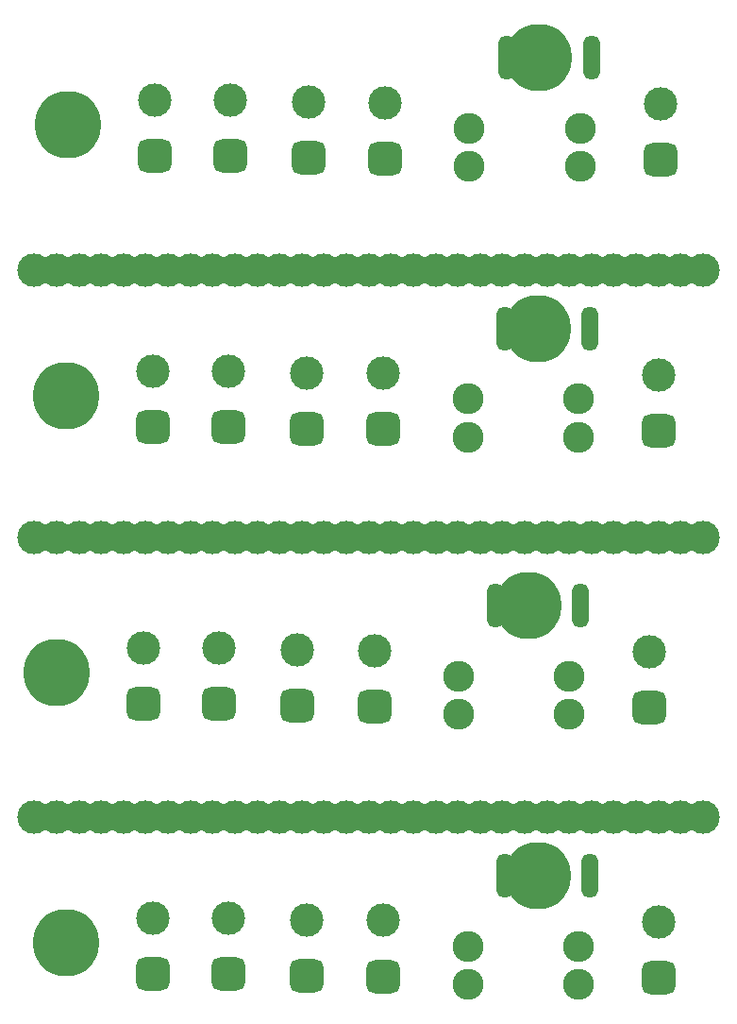
<source format=gbr>
%TF.GenerationSoftware,KiCad,Pcbnew,8.0.6*%
%TF.CreationDate,2024-11-20T20:18:15-05:00*%
%TF.ProjectId,RailsidePDB,5261696c-7369-4646-9550-44422e6b6963,rev?*%
%TF.SameCoordinates,Original*%
%TF.FileFunction,Soldermask,Top*%
%TF.FilePolarity,Negative*%
%FSLAX46Y46*%
G04 Gerber Fmt 4.6, Leading zero omitted, Abs format (unit mm)*
G04 Created by KiCad (PCBNEW 8.0.6) date 2024-11-20 20:18:15*
%MOMM*%
%LPD*%
G01*
G04 APERTURE LIST*
G04 Aperture macros list*
%AMRoundRect*
0 Rectangle with rounded corners*
0 $1 Rounding radius*
0 $2 $3 $4 $5 $6 $7 $8 $9 X,Y pos of 4 corners*
0 Add a 4 corners polygon primitive as box body*
4,1,4,$2,$3,$4,$5,$6,$7,$8,$9,$2,$3,0*
0 Add four circle primitives for the rounded corners*
1,1,$1+$1,$2,$3*
1,1,$1+$1,$4,$5*
1,1,$1+$1,$6,$7*
1,1,$1+$1,$8,$9*
0 Add four rect primitives between the rounded corners*
20,1,$1+$1,$2,$3,$4,$5,0*
20,1,$1+$1,$4,$5,$6,$7,0*
20,1,$1+$1,$6,$7,$8,$9,0*
20,1,$1+$1,$8,$9,$2,$3,0*%
G04 Aperture macros list end*
%ADD10C,3.000000*%
%ADD11O,6.000000X6.000000*%
%ADD12RoundRect,0.750000X0.750000X-0.750000X0.750000X0.750000X-0.750000X0.750000X-0.750000X-0.750000X0*%
%ADD13O,1.500000X4.000000*%
%ADD14C,2.780000*%
G04 APERTURE END LIST*
D10*
%TO.C,*%
X91000000Y-135000000D03*
%TD*%
%TO.C,*%
X109000000Y-135000000D03*
%TD*%
%TO.C,*%
X113000000Y-135000000D03*
%TD*%
%TO.C,*%
X55000000Y-135000000D03*
%TD*%
%TO.C,*%
X107000000Y-135000000D03*
%TD*%
%TO.C,*%
X111000000Y-135000000D03*
%TD*%
%TO.C,*%
X101000000Y-135000000D03*
%TD*%
%TO.C,*%
X85000000Y-135000000D03*
%TD*%
%TO.C,*%
X99000000Y-135000000D03*
%TD*%
%TO.C,*%
X77000000Y-135000000D03*
%TD*%
%TO.C,*%
X53000000Y-135000000D03*
%TD*%
%TO.C,*%
X63000000Y-135000000D03*
%TD*%
%TO.C,*%
X69000000Y-135000000D03*
%TD*%
%TO.C,*%
X59000000Y-135000000D03*
%TD*%
%TO.C,*%
X79000000Y-135000000D03*
%TD*%
%TO.C,*%
X83000000Y-135000000D03*
%TD*%
%TO.C,*%
X67000000Y-135000000D03*
%TD*%
%TO.C,*%
X61000000Y-135000000D03*
%TD*%
%TO.C,*%
X103000000Y-135000000D03*
%TD*%
%TO.C,*%
X105000000Y-135000000D03*
%TD*%
%TO.C,*%
X87000000Y-135000000D03*
%TD*%
%TO.C,*%
X93000000Y-135000000D03*
%TD*%
%TO.C,*%
X97000000Y-135000000D03*
%TD*%
%TO.C,*%
X81000000Y-135000000D03*
%TD*%
%TO.C,*%
X89000000Y-135000000D03*
%TD*%
%TO.C,*%
X95000000Y-135000000D03*
%TD*%
%TO.C,*%
X75000000Y-135000000D03*
%TD*%
%TO.C,*%
X65000000Y-135000000D03*
%TD*%
%TO.C,*%
X57000000Y-135000000D03*
%TD*%
%TO.C,*%
X71000000Y-135000000D03*
%TD*%
%TO.C,*%
X73000000Y-135000000D03*
%TD*%
%TO.C,*%
X59000000Y-110000000D03*
%TD*%
%TO.C,*%
X61000000Y-110000000D03*
%TD*%
%TO.C,*%
X83000000Y-110000000D03*
%TD*%
%TO.C,*%
X87000000Y-110000000D03*
%TD*%
%TO.C,*%
X93000000Y-110000000D03*
%TD*%
%TO.C,*%
X81000000Y-110000000D03*
%TD*%
%TO.C,*%
X73000000Y-110000000D03*
%TD*%
%TO.C,*%
X67000000Y-110000000D03*
%TD*%
%TO.C,*%
X71000000Y-110000000D03*
%TD*%
%TO.C,*%
X65000000Y-110000000D03*
%TD*%
%TO.C,*%
X89000000Y-110000000D03*
%TD*%
%TO.C,*%
X95000000Y-110000000D03*
%TD*%
%TO.C,*%
X99000000Y-110000000D03*
%TD*%
%TO.C,*%
X79000000Y-110000000D03*
%TD*%
%TO.C,*%
X57000000Y-110000000D03*
%TD*%
%TO.C,*%
X91000000Y-110000000D03*
%TD*%
%TO.C,*%
X103000000Y-110000000D03*
%TD*%
%TO.C,*%
X107000000Y-110000000D03*
%TD*%
%TO.C,*%
X113000000Y-110000000D03*
%TD*%
%TO.C,*%
X85000000Y-110000000D03*
%TD*%
%TO.C,*%
X109000000Y-110000000D03*
%TD*%
%TO.C,*%
X101000000Y-110000000D03*
%TD*%
%TO.C,*%
X77000000Y-110000000D03*
%TD*%
%TO.C,*%
X111000000Y-110000000D03*
%TD*%
%TO.C,*%
X55000000Y-110000000D03*
%TD*%
%TO.C,*%
X97000000Y-110000000D03*
%TD*%
%TO.C,*%
X53000000Y-110000000D03*
%TD*%
%TO.C,*%
X105000000Y-110000000D03*
%TD*%
%TO.C,*%
X75000000Y-110000000D03*
%TD*%
%TO.C,*%
X63000000Y-110000000D03*
%TD*%
%TO.C,*%
X69000000Y-110000000D03*
%TD*%
D11*
%TO.C,*%
X55840000Y-146300000D03*
%TD*%
D12*
%TO.C,BT4*%
X109000000Y-149410000D03*
D10*
X109000000Y-144410000D03*
%TD*%
D12*
%TO.C,BT1*%
X84340000Y-149300000D03*
D10*
X84340000Y-144300000D03*
%TD*%
D12*
%TO.C,BT5*%
X63615000Y-149075000D03*
D10*
X63615000Y-144075000D03*
%TD*%
D12*
%TO.C,BT2*%
X77440000Y-149250000D03*
D10*
X77440000Y-144250000D03*
%TD*%
D13*
%TO.C,SW1*%
X95220000Y-140300000D03*
X102840000Y-140300000D03*
%TD*%
D12*
%TO.C,BT3*%
X70415000Y-149075000D03*
D10*
X70415000Y-144075000D03*
%TD*%
D14*
%TO.C,Fuse*%
X91880000Y-146600000D03*
X91880000Y-150000000D03*
X101800000Y-146600000D03*
X101800000Y-150000000D03*
%TD*%
D11*
%TO.C,*%
X98145000Y-140300000D03*
%TD*%
%TO.C,*%
X55000000Y-122100000D03*
%TD*%
D12*
%TO.C,BT4*%
X108160000Y-125210000D03*
D10*
X108160000Y-120210000D03*
%TD*%
D12*
%TO.C,BT1*%
X83500000Y-125100000D03*
D10*
X83500000Y-120100000D03*
%TD*%
D12*
%TO.C,BT5*%
X62775000Y-124875000D03*
D10*
X62775000Y-119875000D03*
%TD*%
D12*
%TO.C,BT2*%
X76600000Y-125050000D03*
D10*
X76600000Y-120050000D03*
%TD*%
D13*
%TO.C,SW1*%
X94380000Y-116100000D03*
X102000000Y-116100000D03*
%TD*%
D12*
%TO.C,BT3*%
X69575000Y-124875000D03*
D10*
X69575000Y-119875000D03*
%TD*%
D14*
%TO.C,Fuse*%
X91040000Y-122400000D03*
X91040000Y-125800000D03*
X100960000Y-122400000D03*
X100960000Y-125800000D03*
%TD*%
D11*
%TO.C,*%
X97305000Y-116100000D03*
%TD*%
%TO.C,*%
X55840000Y-97260000D03*
%TD*%
D12*
%TO.C,BT4*%
X109000000Y-100370000D03*
D10*
X109000000Y-95370000D03*
%TD*%
D12*
%TO.C,BT1*%
X84340000Y-100260000D03*
D10*
X84340000Y-95260000D03*
%TD*%
D12*
%TO.C,BT5*%
X63615000Y-100035000D03*
D10*
X63615000Y-95035000D03*
%TD*%
D12*
%TO.C,BT2*%
X77440000Y-100210000D03*
D10*
X77440000Y-95210000D03*
%TD*%
D13*
%TO.C,SW1*%
X95220000Y-91260000D03*
X102840000Y-91260000D03*
%TD*%
D12*
%TO.C,BT3*%
X70415000Y-100035000D03*
D10*
X70415000Y-95035000D03*
%TD*%
D14*
%TO.C,Fuse*%
X91880000Y-97560000D03*
X91880000Y-100960000D03*
X101800000Y-97560000D03*
X101800000Y-100960000D03*
%TD*%
D11*
%TO.C,*%
X98145000Y-91260000D03*
%TD*%
%TO.C,*%
X56000000Y-73000000D03*
%TD*%
%TO.C,*%
X98305000Y-67000000D03*
%TD*%
D14*
%TO.C,Fuse*%
X101960000Y-76700000D03*
X101960000Y-73300000D03*
X92040000Y-76700000D03*
X92040000Y-73300000D03*
%TD*%
D10*
%TO.C,BT5*%
X63775000Y-70775000D03*
D12*
X63775000Y-75775000D03*
%TD*%
D10*
%TO.C,BT4*%
X109160000Y-71110000D03*
D12*
X109160000Y-76110000D03*
%TD*%
D10*
%TO.C,BT3*%
X70575000Y-70775000D03*
D12*
X70575000Y-75775000D03*
%TD*%
D10*
%TO.C,BT2*%
X77600000Y-70950000D03*
D12*
X77600000Y-75950000D03*
%TD*%
D10*
%TO.C,BT1*%
X84500000Y-71000000D03*
D12*
X84500000Y-76000000D03*
%TD*%
D13*
%TO.C,SW1*%
X103000000Y-67000000D03*
X95380000Y-67000000D03*
%TD*%
D10*
%TO.C,*%
X65000000Y-86000000D03*
%TD*%
%TO.C,*%
X83000000Y-86000000D03*
%TD*%
%TO.C,*%
X73000000Y-86000000D03*
%TD*%
%TO.C,*%
X59000000Y-86000000D03*
%TD*%
%TO.C,*%
X61000000Y-86000000D03*
%TD*%
%TO.C,*%
X69000000Y-86000000D03*
%TD*%
%TO.C,*%
X87000000Y-86000000D03*
%TD*%
%TO.C,*%
X93000000Y-86000000D03*
%TD*%
%TO.C,*%
X81000000Y-86000000D03*
%TD*%
%TO.C,*%
X67000000Y-86000000D03*
%TD*%
%TO.C,*%
X71000000Y-86000000D03*
%TD*%
%TO.C,*%
X89000000Y-86000000D03*
%TD*%
%TO.C,*%
X95000000Y-86000000D03*
%TD*%
%TO.C,*%
X63000000Y-86000000D03*
%TD*%
%TO.C,*%
X99000000Y-86000000D03*
%TD*%
%TO.C,*%
X79000000Y-86000000D03*
%TD*%
%TO.C,*%
X57000000Y-86000000D03*
%TD*%
%TO.C,*%
X91000000Y-86000000D03*
%TD*%
%TO.C,*%
X103000000Y-86000000D03*
%TD*%
%TO.C,*%
X107000000Y-86000000D03*
%TD*%
%TO.C,*%
X101000000Y-86000000D03*
%TD*%
%TO.C,*%
X77000000Y-86000000D03*
%TD*%
%TO.C,*%
X113000000Y-86000000D03*
%TD*%
%TO.C,*%
X85000000Y-86000000D03*
%TD*%
%TO.C,*%
X109000000Y-86000000D03*
%TD*%
%TO.C,*%
X111000000Y-86000000D03*
%TD*%
%TO.C,*%
X55000000Y-86000000D03*
%TD*%
%TO.C,*%
X97000000Y-86000000D03*
%TD*%
%TO.C,*%
X53000000Y-86000000D03*
%TD*%
%TO.C,*%
X105000000Y-86000000D03*
%TD*%
%TO.C,*%
X75000000Y-86000000D03*
%TD*%
M02*

</source>
